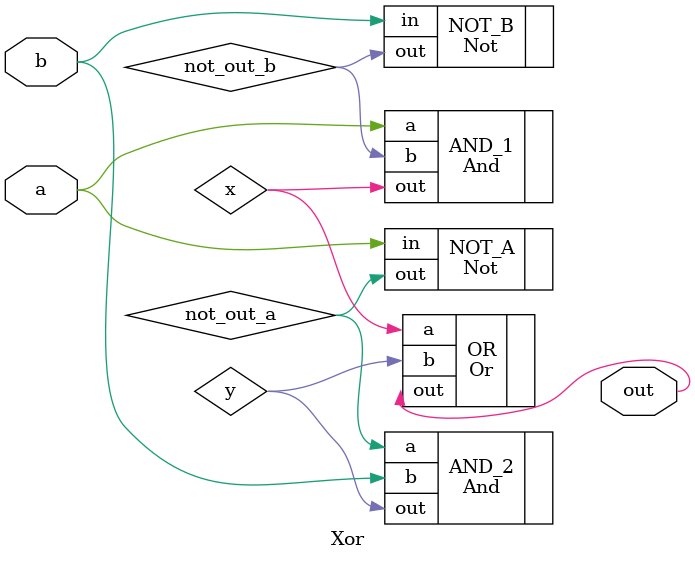
<source format=v>
/**
 * Exclusive-or gate:
 * out = not (a == b)
 */

 
module Xor(
	input a,
	input b,
	output out
);

	wire not_out_a;
	wire not_out_b;
	wire x;
	wire y;

	Not NOT_A(.in(a), .out(not_out_a));
	Not NOT_B(.in(b), .out(not_out_b));

	And AND_1(.a(a), .b(not_out_b), .out(x));
	And AND_2(.a(not_out_a), .b(b), .out(y));

	Or OR(.a(x), .b(y), .out(out));

endmodule

</source>
